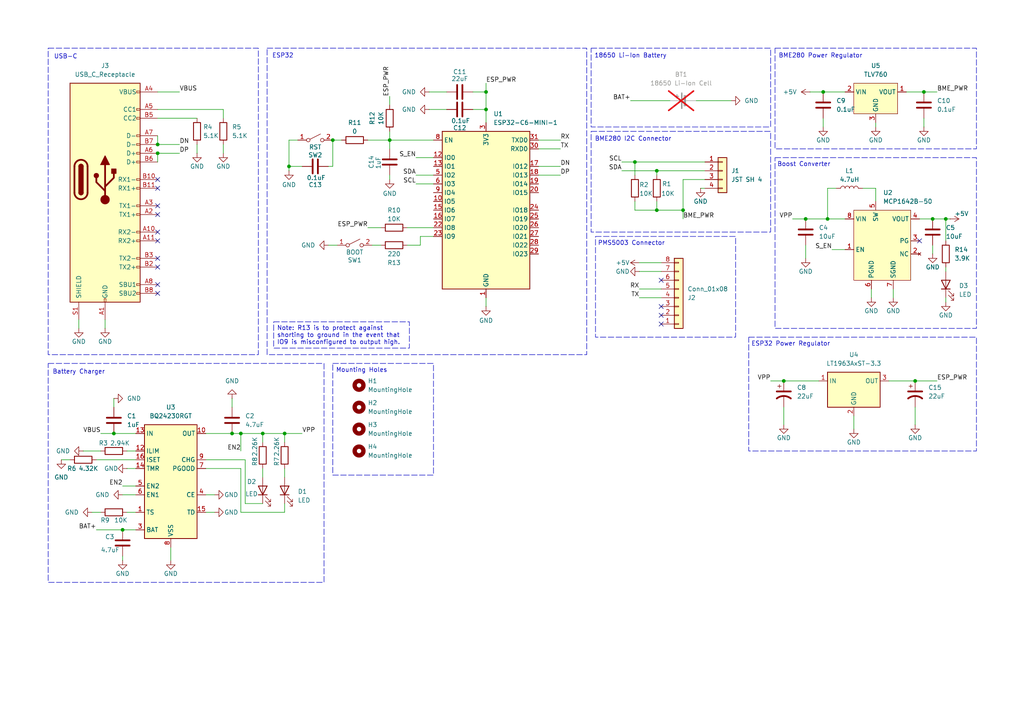
<source format=kicad_sch>
(kicad_sch (version 20250114) (generator "eeschema") (generator_version "9.0")
  (paper "A4")
  (title_block (title "Indoor Environment Monitor") (date "2025-10-17") (rev "1.0"))
  (lib_symbols
    (symbol "1a_Regulator_Linear:TLV760"
      (property "Reference" "U" (at -4.064 0 0))
      (property "Value" "TLV760" (at 4.572 0 0))
      (symbol "TLV760_1_1"
        (pin power_in line (at -7.62 -3.81 0) (length 2.54) (name "VIN") (number "2"))
        (pin output line (at 1.27 -12.7 90) (length 2.54) (name "GND") (number "3"))
        (pin power_out line (at 10.16 -3.81 180) (length 2.54) (name "VOUT") (number "1"))
      )
    )
    (symbol "1a_Regulator_Switchting:MCP1642B/D-XX"
      (property "Reference" "U" (at 2.794 15.24 0))
      (property "Value" "MCP1642B/D-xx" (at 10.414 12.954 0))
      (symbol "MCP1642B/D-XX_1_1"
        (pin power_in line (at -10.16 8.89 0) (length 2.54) (name "VIN") (number "8"))
        (pin input line (at -10.16 0 0) (length 2.54) (name "EN") (number "1"))
        (pin output line (at -2.54 -11.43 90) (length 2.54) (name "PGND") (number "6"))
        (pin input line (at -1.27 13.97 270) (length 2.54) (name "SW") (number "5"))
        (pin output line (at 3.81 -11.43 90) (length 2.54) (name "SGND") (number "7"))
        (pin power_out line (at 11.43 8.89 180) (length 2.54) (name "VOUT") (number "4"))
        (pin input line (at 11.43 2.54 180) (length 2.54) (name "PG") (number "3"))
        (pin no_connect line (at 11.43 -1.27 180) (length 2.54) (name "NC") (number "2"))
      )
    )
    (symbol "Connector:USB_C_Receptacle" (pin_names (offset 1.016))
      (property "Reference" "J" (at -10.16 29.21 0))
      (property "Value" "USB_C_Receptacle" (at 10.16 29.21 0))
      (symbol "USB_C_Receptacle_1_1"
        (pin passive line (at -7.62 -40.64 90) (length 5.08) (name "SHIELD") (number "S1"))
        (pin passive line (at 0 -40.64 90) (length 5.08) (name "GND") (number "A1"))
        (pin passive line (at 0 -40.64 90) (length 5.08) (hide yes) (name "GND") (number "A12"))
        (pin passive line (at 0 -40.64 90) (length 5.08) (hide yes) (name "GND") (number "B1"))
        (pin passive line (at 0 -40.64 90) (length 5.08) (hide yes) (name "GND") (number "B12"))
        (pin passive line (at 15.24 25.4 180) (length 5.08) (name "VBUS") (number "A4"))
        (pin passive line (at 15.24 25.4 180) (length 5.08) (hide yes) (name "VBUS") (number "A9"))
        (pin passive line (at 15.24 25.4 180) (length 5.08) (hide yes) (name "VBUS") (number "B4"))
        (pin passive line (at 15.24 25.4 180) (length 5.08) (hide yes) (name "VBUS") (number "B9"))
        (pin bidirectional line (at 15.24 20.32 180) (length 5.08) (name "CC1") (number "A5"))
        (pin bidirectional line (at 15.24 17.78 180) (length 5.08) (name "CC2") (number "B5"))
        (pin bidirectional line (at 15.24 12.7 180) (length 5.08) (name "D-") (number "A7"))
        (pin bidirectional line (at 15.24 10.16 180) (length 5.08) (name "D-") (number "B7"))
        (pin bidirectional line (at 15.24 7.62 180) (length 5.08) (name "D+") (number "A6"))
        (pin bidirectional line (at 15.24 5.08 180) (length 5.08) (name "D+") (number "B6"))
        (pin bidirectional line (at 15.24 0 180) (length 5.08) (name "RX1-") (number "B10"))
        (pin bidirectional line (at 15.24 -2.54 180) (length 5.08) (name "RX1+") (number "B11"))
        (pin bidirectional line (at 15.24 -7.62 180) (length 5.08) (name "TX1-") (number "A3"))
        (pin bidirectional line (at 15.24 -10.16 180) (length 5.08) (name "TX1+") (number "A2"))
        (pin bidirectional line (at 15.24 -15.24 180) (length 5.08) (name "RX2-") (number "A10"))
        (pin bidirectional line (at 15.24 -17.78 180) (length 5.08) (name "RX2+") (number "A11"))
        (pin bidirectional line (at 15.24 -22.86 180) (length 5.08) (name "TX2-") (number "B3"))
        (pin bidirectional line (at 15.24 -25.4 180) (length 5.08) (name "TX2+") (number "B2"))
        (pin bidirectional line (at 15.24 -30.48 180) (length 5.08) (name "SBU1") (number "A8"))
        (pin bidirectional line (at 15.24 -33.02 180) (length 5.08) (name "SBU2") (number "B8"))
      )
    )
    (symbol "Connector_Generic:Conn_01x04" (pin_names (offset 1.016) (hide yes))
      (property "Reference" "J" (at 0 5.08 0))
      (property "Value" "Conn_01x04" (at 0 -7.62 0))
      (symbol "Conn_01x04_1_1"
        (pin passive line (at -5.08 2.54 0) (length 3.81) (name "Pin_1") (number "1"))
        (pin passive line (at -5.08 0 0) (length 3.81) (name "Pin_2") (number "2"))
        (pin passive line (at -5.08 -2.54 0) (length 3.81) (name "Pin_3") (number "3"))
        (pin passive line (at -5.08 -5.08 0) (length 3.81) (name "Pin_4") (number "4"))
      )
    )
    (symbol "Connector_Generic:Conn_01x08" (pin_names (offset 1.016) (hide yes))
      (property "Reference" "J" (at 0 10.16 0))
      (property "Value" "Conn_01x08" (at 0 -12.7 0))
      (symbol "Conn_01x08_1_1"
        (pin passive line (at -5.08 7.62 0) (length 3.81) (name "Pin_1") (number "1"))
        (pin passive line (at -5.08 5.08 0) (length 3.81) (name "Pin_2") (number "2"))
        (pin passive line (at -5.08 2.54 0) (length 3.81) (name "Pin_3") (number "3"))
        (pin passive line (at -5.08 0 0) (length 3.81) (name "Pin_4") (number "4"))
        (pin passive line (at -5.08 -2.54 0) (length 3.81) (name "Pin_5") (number "5"))
        (pin passive line (at -5.08 -5.08 0) (length 3.81) (name "Pin_6") (number "6"))
        (pin passive line (at -5.08 -7.62 0) (length 3.81) (name "Pin_7") (number "7"))
        (pin passive line (at -5.08 -10.16 0) (length 3.81) (name "Pin_8") (number "8"))
      )
    )
    (symbol "Device:Battery_Cell" (pin_numbers (hide yes)) (pin_names (offset 0) (hide yes))
      (property "Reference" "BT" (at 2.54 2.54 0))
      (property "Value" "Battery_Cell" (at 2.54 0 0))
      (symbol "Battery_Cell_1_1"
        (pin passive line (at 0 5.08 270) (length 2.54) (name "+") (number "1"))
        (pin passive line (at 0 -2.54 90) (length 2.54) (name "-") (number "2"))
      )
    )
    (symbol "Device:C" (pin_numbers (hide yes)) (pin_names (offset 0.254))
      (property "Reference" "C" (at 0.635 2.54 0))
      (property "Value" "C" (at 0.635 -2.54 0))
      (symbol "C_1_1"
        (pin passive line (at 0 3.81 270) (length 2.794) (name "~") (number "1"))
        (pin passive line (at 0 -3.81 90) (length 2.794) (name "~") (number "2"))
      )
    )
    (symbol "Device:C_Polarized_US" (pin_numbers (hide yes)) (pin_names (offset 0.254) (hide yes))
      (property "Reference" "C" (at 0.635 2.54 0))
      (property "Value" "C_Polarized_US" (at 0.635 -2.54 0))
      (symbol "C_Polarized_US_1_1"
        (pin passive line (at 0 3.81 270) (length 2.794) (name "~") (number "1"))
        (pin passive line (at 0 -3.81 90) (length 3.302) (name "~") (number "2"))
      )
    )
    (symbol "Device:L" (pin_numbers (hide yes)) (pin_names (offset 1.016) (hide yes))
      (property "Reference" "L" (at -1.27 0 90))
      (property "Value" "L" (at 1.905 0 90))
      (symbol "L_1_1"
        (pin passive line (at 0 3.81 270) (length 1.27) (name "1") (number "1"))
        (pin passive line (at 0 -3.81 90) (length 1.27) (name "2") (number "2"))
      )
    )
    (symbol "Device:LED" (pin_numbers (hide yes)) (pin_names (offset 1.016) (hide yes))
      (property "Reference" "D" (at 0 2.54 0))
      (property "Value" "LED" (at 0 -2.54 0))
      (symbol "LED_1_1"
        (pin passive line (at -3.81 0 0) (length 2.54) (name "K") (number "1"))
        (pin passive line (at 3.81 0 180) (length 2.54) (name "A") (number "2"))
      )
    )
    (symbol "Device:R" (pin_numbers (hide yes)) (pin_names (offset 0))
      (property "Reference" "R" (at 2.032 0 90))
      (property "Value" "R" (at 0 0 90))
      (symbol "R_1_1"
        (pin passive line (at 0 3.81 270) (length 1.27) (name "~") (number "1"))
        (pin passive line (at 0 -3.81 90) (length 1.27) (name "~") (number "2"))
      )
    )
    (symbol "Mechanical:MountingHole" (pin_names (offset 1.016)) (in_bom no)
      (property "Reference" "H" (at 0 5.08 0))
      (property "Value" "MountingHole" (at 0 3.175 0))
    )
    (symbol "Power_Management:BQ24230RGT"
      (property "Reference" "U" (at -8.89 19.05 0))
      (property "Value" "BQ24230RGT" (at 5.08 19.05 0))
      (symbol "BQ24230RGT_1_1"
        (pin power_in line (at -10.16 15.24 0) (length 2.54) (name "IN") (number "13"))
        (pin passive line (at -10.16 10.16 0) (length 2.54) (name "ILIM") (number "12"))
        (pin passive line (at -10.16 7.62 0) (length 2.54) (name "ISET") (number "16"))
        (pin passive line (at -10.16 5.08 0) (length 2.54) (name "TMR") (number "14"))
        (pin input line (at -10.16 0 0) (length 2.54) (name "EN2") (number "5"))
        (pin input line (at -10.16 -2.54 0) (length 2.54) (name "EN1") (number "6"))
        (pin passive line (at -10.16 -7.62 0) (length 2.54) (name "TS") (number "1"))
        (pin bidirectional line (at -10.16 -12.7 0) (length 2.54) (hide yes) (name "BAT") (number "2"))
        (pin bidirectional line (at -10.16 -12.7 0) (length 2.54) (name "BAT") (number "3"))
        (pin passive line (at 0 -17.78 90) (length 2.54) (hide yes) (name "VSS") (number "17"))
        (pin power_in line (at 0 -17.78 90) (length 2.54) (name "VSS") (number "8"))
        (pin power_out line (at 10.16 15.24 180) (length 2.54) (name "OUT") (number "10"))
        (pin passive line (at 10.16 15.24 180) (length 2.54) (hide yes) (name "OUT") (number "11"))
        (pin open_collector line (at 10.16 7.62 180) (length 2.54) (name "CHG") (number "9"))
        (pin open_collector line (at 10.16 5.08 180) (length 2.54) (name "PGOOD") (number "7"))
        (pin input line (at 10.16 -2.54 180) (length 2.54) (name "CE") (number "4"))
        (pin input line (at 10.16 -7.62 180) (length 2.54) (name "TD") (number "15"))
      )
    )
    (symbol "RF_Module:ESP32-C6-MINI-1"
      (property "Reference" "U" (at -11.43 24.13 0))
      (property "Value" "ESP32-C6-MINI-1" (at 12.7 24.13 0))
      (symbol "ESP32-C6-MINI-1_1_1"
        (pin input line (at -15.24 20.32 0) (length 2.54) (name "EN") (number "8"))
        (pin bidirectional line (at -15.24 15.24 0) (length 2.54) (name "IO0") (number "12"))
        (pin bidirectional line (at -15.24 12.7 0) (length 2.54) (name "IO1") (number "13"))
        (pin bidirectional line (at -15.24 10.16 0) (length 2.54) (name "IO2") (number "5"))
        (pin bidirectional line (at -15.24 7.62 0) (length 2.54) (name "IO3") (number "6"))
        (pin bidirectional line (at -15.24 5.08 0) (length 2.54) (name "IO4") (number "9"))
        (pin bidirectional line (at -15.24 2.54 0) (length 2.54) (name "IO5") (number "10"))
        (pin bidirectional line (at -15.24 0 0) (length 2.54) (name "IO6") (number "15"))
        (pin bidirectional line (at -15.24 -2.54 0) (length 2.54) (name "IO7") (number "16"))
        (pin bidirectional line (at -15.24 -5.08 0) (length 2.54) (name "IO8") (number "22"))
        (pin bidirectional line (at -15.24 -7.62 0) (length 2.54) (name "IO9") (number "23"))
        (pin no_connect line (at -12.7 -12.7 0) (length 2.54) (hide yes) (name "NC") (number "32"))
        (pin no_connect line (at -12.7 -15.24 0) (length 2.54) (hide yes) (name "NC") (number "33"))
        (pin no_connect line (at -12.7 -17.78 0) (length 2.54) (hide yes) (name "NC") (number "34"))
        (pin no_connect line (at -12.7 -20.32 0) (length 2.54) (hide yes) (name "NC") (number "35"))
        (pin power_in line (at 0 25.4 270) (length 2.54) (name "3V3") (number "3"))
        (pin power_in line (at 0 -25.4 90) (length 2.54) (name "GND") (number "1"))
        (pin passive line (at 0 -25.4 90) (length 2.54) (hide yes) (name "GND") (number "11"))
        (pin passive line (at 0 -25.4 90) (length 2.54) (hide yes) (name "GND") (number "14"))
        (pin passive line (at 0 -25.4 90) (length 2.54) (hide yes) (name "GND") (number "2"))
        (pin passive line (at 0 -25.4 90) (length 2.54) (hide yes) (name "GND") (number "36"))
        (pin passive line (at 0 -25.4 90) (length 2.54) (hide yes) (name "GND") (number "37"))
        (pin passive line (at 0 -25.4 90) (length 2.54) (hide yes) (name "GND") (number "38"))
        (pin passive line (at 0 -25.4 90) (length 2.54) (hide yes) (name "GND") (number "39"))
        (pin passive line (at 0 -25.4 90) (length 2.54) (hide yes) (name "GND") (number "40"))
        (pin passive line (at 0 -25.4 90) (length 2.54) (hide yes) (name "GND") (number "41"))
        (pin passive line (at 0 -25.4 90) (length 2.54) (hide yes) (name "GND") (number "42"))
        (pin passive line (at 0 -25.4 90) (length 2.54) (hide yes) (name "GND") (number "43"))
        (pin passive line (at 0 -25.4 90) (length 2.54) (hide yes) (name "GND") (number "44"))
        (pin passive line (at 0 -25.4 90) (length 2.54) (hide yes) (name "GND") (number "45"))
        (pin passive line (at 0 -25.4 90) (length 2.54) (hide yes) (name "GND") (number "46"))
        (pin passive line (at 0 -25.4 90) (length 2.54) (hide yes) (name "GND") (number "47"))
        (pin passive line (at 0 -25.4 90) (length 2.54) (hide yes) (name "GND") (number "48"))
        (pin passive line (at 0 -25.4 90) (length 2.54) (hide yes) (name "GND") (number "49"))
        (pin passive line (at 0 -25.4 90) (length 2.54) (hide yes) (name "GND") (number "50"))
        (pin passive line (at 0 -25.4 90) (length 2.54) (hide yes) (name "GND") (number "51"))
        (pin passive line (at 0 -25.4 90) (length 2.54) (hide yes) (name "GND") (number "52"))
        (pin passive line (at 0 -25.4 90) (length 2.54) (hide yes) (name "GND") (number "53"))
        (pin no_connect line (at 12.7 -15.24 180) (length 2.54) (hide yes) (name "NC") (number "4"))
        (pin no_connect line (at 12.7 -17.78 180) (length 2.54) (hide yes) (name "NC") (number "7"))
        (pin no_connect line (at 12.7 -20.32 180) (length 2.54) (hide yes) (name "NC") (number "21"))
        (pin bidirectional line (at 15.24 20.32 180) (length 2.54) (name "TXD0") (number "31"))
        (pin bidirectional line (at 15.24 17.78 180) (length 2.54) (name "RXD0") (number "30"))
        (pin bidirectional line (at 15.24 12.7 180) (length 2.54) (name "IO12") (number "17"))
        (pin bidirectional line (at 15.24 10.16 180) (length 2.54) (name "IO13") (number "18"))
        (pin bidirectional line (at 15.24 7.62 180) (length 2.54) (name "IO14") (number "19"))
        (pin bidirectional line (at 15.24 5.08 180) (length 2.54) (name "IO15") (number "20"))
        (pin bidirectional line (at 15.24 0 180) (length 2.54) (name "IO18") (number "24"))
        (pin bidirectional line (at 15.24 -2.54 180) (length 2.54) (name "IO19") (number "25"))
        (pin bidirectional line (at 15.24 -5.08 180) (length 2.54) (name "IO20") (number "26"))
        (pin bidirectional line (at 15.24 -7.62 180) (length 2.54) (name "IO21") (number "27"))
        (pin bidirectional line (at 15.24 -10.16 180) (length 2.54) (name "IO22") (number "28"))
        (pin bidirectional line (at 15.24 -12.7 180) (length 2.54) (name "IO23") (number "29"))
      )
    )
    (symbol "Regulator_Linear:LT1963AxST-3.3"
      (property "Reference" "U" (at -7.62 6.35 0))
      (property "Value" "LT1963AxST-3.3" (at -1.27 6.35 0))
      (symbol "LT1963AxST-3.3_1_1"
        (pin power_in line (at -10.16 2.54 0) (length 2.54) (name "IN") (number "1"))
        (pin power_in line (at 0 -7.62 90) (length 2.54) (name "GND") (number "2"))
        (pin power_out line (at 10.16 2.54 180) (length 2.54) (name "OUT") (number "3"))
      )
    )
    (symbol "Switch:SW_SPST" (pin_names (offset 0) (hide yes))
      (property "Reference" "SW" (at 0 3.175 0))
      (property "Value" "SW_SPST" (at 0 -2.54 0))
      (symbol "SW_SPST_1_1"
        (pin passive line (at -5.08 0 0) (length 2.54) (name "A") (number "1"))
        (pin passive line (at 5.08 0 180) (length 2.54) (name "B") (number "2"))
      )
    )
    (symbol "power:+5V" (power) (pin_numbers (hide yes)) (pin_names (offset 0) (hide yes))
      (property "Value" "+5V" (at 0 3.556 0))
      (symbol "+5V_1_1"
        (pin power_in line (at 0 0 90) (length 0) (name "~") (number "1"))
      )
    )
    (symbol "power:GND" (power) (pin_numbers (hide yes)) (pin_names (offset 0) (hide yes))
      (property "Value" "GND" (at 0 -3.81 0))
      (symbol "GND_1_1"
        (pin power_in line (at 0 0 270) (length 0) (name "~") (number "1"))
      )
    )
  )
  (rectangle (start 224.79 13.97) (end 283.21 43.18) (stroke (width 0) (type dash)))
  (rectangle (start 13.97 13.97) (end 74.93 102.87) (stroke (width 0) (type dash)))
  (rectangle (start 224.79 45.72) (end 283.21 95.25) (stroke (width 0) (type dash)))
  (rectangle (start 13.97 105.41) (end 93.98 168.91) (stroke (width 0) (type dash)))
  (rectangle (start 217.17 97.79) (end 283.21 130.81) (stroke (width 0) (type dash)))
  (rectangle (start 172.72 68.58) (end 213.36 97.79) (stroke (width 0) (type dash)))
  (rectangle (start 171.45 38.1) (end 223.52 67.31) (stroke (width 0) (type dash)))
  (rectangle (start 96.52 105.41) (end 125.73 137.795) (stroke (width 0) (type dash)))
  (rectangle (start 77.47 13.97) (end 170.18 102.87) (stroke (width 0) (type dash)))
  (rectangle (start 171.45 13.97) (end 223.52 36.83) (stroke (width 0) (type dash)))
  (text "BME280 I2C Connector" (at 183.642 40.386 0) (effects (font (size 1.27 1.27))))
  (text "Mounting Holes" (at 104.902 107.442 0) (effects (font (size 1.27 1.27))))
  (text "PMS5003 Connector" (at 183.134 70.612 0) (effects (font (size 1.27 1.27))))
  (text "ESP32" (at 82.042 16.256 0) (effects (font (size 1.27 1.27))))
  (text "BME280 Power Regulator" (at 237.998 16.256 0) (effects (font (size 1.27 1.27))))
  (text "18650 Li-Ion Battery" (at 182.88 16.256 0) (effects (font (size 1.27 1.27))))
  (text "Battery Charger" (at 22.86 107.95 0) (effects (font (size 1.27 1.27))))
  (text "Boost Converter" (at 233.172 47.752 0) (effects (font (size 1.27 1.27))))
  (text "ESP32 Power Regulator" (at 229.362 99.822 0) (effects (font (size 1.27 1.27))))
  (text "USB-C" (at 19.05 16.51 0) (effects (font (size 1.27 1.27))))
  (text_box "Note: R13 is to protect against shorting to ground in the event that IO9 is misconfigured to output high." (at 79.375 93.345 0) (size 39.37 7.62) (margins 0.9525 0.9525 0.9525 0.9525) (stroke (width 0) (type dash)) (effects (font (size 1.27 1.27) (thickness 0.1588)) (justify left top)))
  (junction (at 140.97 26.67))
  (junction (at 265.43 110.49))
  (junction (at 45.72 41.91))
  (junction (at 227.33 110.49))
  (junction (at 82.55 125.73))
  (junction (at 113.03 40.64))
  (junction (at 76.2 125.73))
  (junction (at 83.82 48.26))
  (junction (at 233.68 63.5))
  (junction (at 35.56 153.67))
  (junction (at 198.12 60.96))
  (junction (at 274.32 63.5))
  (junction (at 45.72 44.45))
  (junction (at 240.03 63.5))
  (junction (at 190.5 60.96))
  (junction (at 267.97 26.67))
  (junction (at 190.5 49.53))
  (junction (at 69.85 125.73))
  (junction (at 238.76 26.67))
  (junction (at 96.52 40.64))
  (junction (at 140.97 31.75))
  (junction (at 270.51 63.5))
  (junction (at 184.15 46.99))
  (junction (at 67.31 125.73))
  (junction (at 33.02 125.73))
  (no_connect (at 191.77 88.9))
  (no_connect (at 45.72 67.31))
  (no_connect (at 191.77 81.28))
  (no_connect (at 45.72 54.61))
  (no_connect (at 266.7 69.85))
  (no_connect (at 45.72 77.47))
  (no_connect (at 45.72 62.23))
  (no_connect (at 45.72 59.69))
  (no_connect (at 45.72 82.55))
  (no_connect (at 191.77 91.44))
  (no_connect (at 45.72 85.09))
  (no_connect (at 45.72 52.07))
  (no_connect (at 191.77 93.98))
  (no_connect (at 45.72 74.93))
  (no_connect (at 45.72 69.85))
  (wire (pts (xy 137.16 26.67) (xy 140.97 26.67)))
  (wire (pts (xy 45.72 31.75) (xy 64.77 31.75)))
  (wire (pts (xy 190.5 58.42) (xy 190.5 60.96)))
  (wire (pts (xy 45.72 44.45) (xy 45.72 46.99)))
  (wire (pts (xy 184.15 46.99) (xy 184.15 50.8)))
  (wire (pts (xy 59.69 135.89) (xy 69.85 135.89)))
  (wire (pts (xy 185.42 78.74) (xy 191.77 78.74)))
  (wire (pts (xy 156.21 40.64) (xy 162.56 40.64)))
  (wire (pts (xy 113.03 27.94) (xy 113.03 30.48)))
  (wire (pts (xy 274.32 63.5) (xy 275.59 63.5)))
  (wire (pts (xy 140.97 86.36) (xy 140.97 88.9)))
  (wire (pts (xy 45.72 26.67) (xy 52.07 26.67)))
  (wire (pts (xy 233.68 63.5) (xy 240.03 63.5)))
  (wire (pts (xy 233.68 71.12) (xy 233.68 74.93)))
  (wire (pts (xy 64.77 41.91) (xy 64.77 44.45)))
  (wire (pts (xy 180.34 49.53) (xy 190.5 49.53)))
  (wire (pts (xy 17.78 133.35) (xy 20.32 133.35)))
  (wire (pts (xy 67.31 115.57) (xy 67.31 118.11)))
  (wire (pts (xy 107.95 71.12) (xy 110.49 71.12)))
  (wire (pts (xy 270.51 63.5) (xy 274.32 63.5)))
  (wire (pts (xy 266.7 63.5) (xy 270.51 63.5)))
  (wire (pts (xy 29.21 125.73) (xy 33.02 125.73)))
  (wire (pts (xy 71.12 146.05) (xy 71.12 133.35)))
  (wire (pts (xy 82.55 125.73) (xy 82.55 128.27)))
  (wire (pts (xy 140.97 31.75) (xy 140.97 35.56)))
  (wire (pts (xy 71.12 133.35) (xy 59.69 133.35)))
  (wire (pts (xy 36.83 130.81) (xy 39.37 130.81)))
  (wire (pts (xy 229.87 63.5) (xy 233.68 63.5)))
  (wire (pts (xy 124.46 31.75) (xy 129.54 31.75)))
  (wire (pts (xy 198.12 52.07) (xy 198.12 60.96)))
  (wire (pts (xy 113.03 40.64) (xy 113.03 43.18)))
  (wire (pts (xy 274.32 77.47) (xy 274.32 78.74)))
  (wire (pts (xy 223.52 110.49) (xy 227.33 110.49)))
  (wire (pts (xy 35.56 143.51) (xy 39.37 143.51)))
  (wire (pts (xy 198.12 60.96) (xy 198.12 63.5)))
  (wire (pts (xy 82.55 125.73) (xy 87.63 125.73)))
  (wire (pts (xy 76.2 146.05) (xy 71.12 146.05)))
  (wire (pts (xy 240.03 54.61) (xy 240.03 63.5)))
  (wire (pts (xy 238.76 34.29) (xy 238.76 36.83)))
  (wire (pts (xy 118.11 66.04) (xy 125.73 66.04)))
  (wire (pts (xy 76.2 135.89) (xy 76.2 138.43)))
  (wire (pts (xy 156.21 48.26) (xy 162.56 48.26)))
  (wire (pts (xy 265.43 118.11) (xy 265.43 123.19)))
  (wire (pts (xy 45.72 39.37) (xy 45.72 41.91)))
  (wire (pts (xy 120.65 53.34) (xy 125.73 53.34)))
  (wire (pts (xy 69.85 148.59) (xy 69.85 135.89)))
  (wire (pts (xy 257.81 110.49) (xy 265.43 110.49)))
  (wire (pts (xy 124.46 26.67) (xy 129.54 26.67)))
  (wire (pts (xy 35.56 140.97) (xy 39.37 140.97)))
  (wire (pts (xy 234.95 26.67) (xy 238.76 26.67)))
  (wire (pts (xy 36.83 135.89) (xy 39.37 135.89)))
  (wire (pts (xy 26.67 148.59) (xy 29.21 148.59)))
  (wire (pts (xy 190.5 60.96) (xy 198.12 60.96)))
  (wire (pts (xy 83.82 48.26) (xy 83.82 40.64)))
  (wire (pts (xy 247.65 120.65) (xy 247.65 124.46)))
  (wire (pts (xy 106.68 40.64) (xy 113.03 40.64)))
  (wire (pts (xy 184.15 46.99) (xy 204.47 46.99)))
  (wire (pts (xy 242.57 54.61) (xy 240.03 54.61)))
  (wire (pts (xy 185.42 86.36) (xy 191.77 86.36)))
  (wire (pts (xy 137.16 31.75) (xy 140.97 31.75)))
  (wire (pts (xy 241.3 72.39) (xy 245.11 72.39)))
  (wire (pts (xy 113.03 40.64) (xy 125.73 40.64)))
  (wire (pts (xy 250.19 54.61) (xy 254 54.61)))
  (wire (pts (xy 45.72 44.45) (xy 52.07 44.45)))
  (wire (pts (xy 274.32 86.36) (xy 274.32 87.63)))
  (wire (pts (xy 265.43 110.49) (xy 271.78 110.49)))
  (wire (pts (xy 185.42 76.2) (xy 191.77 76.2)))
  (wire (pts (xy 83.82 40.64) (xy 86.36 40.64)))
  (wire (pts (xy 270.51 71.12) (xy 270.51 73.66)))
  (wire (pts (xy 106.68 66.04) (xy 110.49 66.04)))
  (wire (pts (xy 59.69 148.59) (xy 62.23 148.59)))
  (wire (pts (xy 156.21 50.8) (xy 162.56 50.8)))
  (wire (pts (xy 120.65 45.72) (xy 125.73 45.72)))
  (wire (pts (xy 121.92 68.58) (xy 121.92 71.12)))
  (wire (pts (xy 35.56 161.29) (xy 35.56 162.56)))
  (wire (pts (xy 76.2 125.73) (xy 82.55 125.73)))
  (wire (pts (xy 203.2 54.61) (xy 204.47 54.61)))
  (wire (pts (xy 274.32 63.5) (xy 274.32 69.85)))
  (wire (pts (xy 69.85 125.73) (xy 69.85 130.81)))
  (wire (pts (xy 201.93 29.21) (xy 212.09 29.21)))
  (wire (pts (xy 24.13 130.81) (xy 29.21 130.81)))
  (wire (pts (xy 83.82 48.26) (xy 87.63 48.26)))
  (wire (pts (xy 180.34 46.99) (xy 184.15 46.99)))
  (wire (pts (xy 95.25 48.26) (xy 96.52 48.26)))
  (wire (pts (xy 27.94 133.35) (xy 39.37 133.35)))
  (wire (pts (xy 82.55 148.59) (xy 69.85 148.59)))
  (wire (pts (xy 76.2 125.73) (xy 76.2 128.27)))
  (wire (pts (xy 204.47 52.07) (xy 198.12 52.07)))
  (wire (pts (xy 185.42 83.82) (xy 191.77 83.82)))
  (wire (pts (xy 113.03 50.8) (xy 113.03 52.07)))
  (wire (pts (xy 267.97 34.29) (xy 267.97 36.83)))
  (wire (pts (xy 59.69 143.51) (xy 62.23 143.51)))
  (wire (pts (xy 27.94 153.67) (xy 35.56 153.67)))
  (wire (pts (xy 57.15 41.91) (xy 57.15 44.45)))
  (wire (pts (xy 190.5 49.53) (xy 190.5 50.8)))
  (wire (pts (xy 140.97 24.13) (xy 140.97 26.67)))
  (wire (pts (xy 30.48 92.71) (xy 30.48 95.25)))
  (wire (pts (xy 254 54.61) (xy 254 58.42)))
  (wire (pts (xy 83.82 49.53) (xy 83.82 48.26)))
  (wire (pts (xy 69.85 125.73) (xy 76.2 125.73)))
  (wire (pts (xy 184.15 58.42) (xy 184.15 60.96)))
  (wire (pts (xy 252.73 83.82) (xy 252.73 86.36)))
  (wire (pts (xy 227.33 118.11) (xy 227.33 123.19)))
  (wire (pts (xy 156.21 43.18) (xy 162.56 43.18)))
  (wire (pts (xy 82.55 135.89) (xy 82.55 138.43)))
  (wire (pts (xy 267.97 26.67) (xy 271.78 26.67)))
  (wire (pts (xy 113.03 38.1) (xy 113.03 40.64)))
  (wire (pts (xy 35.56 153.67) (xy 39.37 153.67)))
  (wire (pts (xy 190.5 49.53) (xy 204.47 49.53)))
  (wire (pts (xy 182.88 29.21) (xy 194.31 29.21)))
  (wire (pts (xy 96.52 48.26) (xy 96.52 40.64)))
  (wire (pts (xy 184.15 60.96) (xy 190.5 60.96)))
  (wire (pts (xy 33.02 125.73) (xy 39.37 125.73)))
  (wire (pts (xy 49.53 158.75) (xy 49.53 162.56)))
  (wire (pts (xy 259.08 83.82) (xy 259.08 86.36)))
  (wire (pts (xy 227.33 110.49) (xy 237.49 110.49)))
  (wire (pts (xy 240.03 63.5) (xy 245.11 63.5)))
  (wire (pts (xy 45.72 41.91) (xy 52.07 41.91)))
  (wire (pts (xy 45.72 34.29) (xy 57.15 34.29)))
  (wire (pts (xy 82.55 146.05) (xy 82.55 148.59)))
  (wire (pts (xy 36.83 148.59) (xy 39.37 148.59)))
  (wire (pts (xy 95.25 71.12) (xy 97.79 71.12)))
  (wire (pts (xy 33.02 115.57) (xy 33.02 118.11)))
  (wire (pts (xy 22.86 92.71) (xy 22.86 95.25)))
  (wire (pts (xy 125.73 68.58) (xy 121.92 68.58)))
  (wire (pts (xy 67.31 125.73) (xy 69.85 125.73)))
  (wire (pts (xy 120.65 50.8) (xy 125.73 50.8)))
  (wire (pts (xy 59.69 125.73) (xy 67.31 125.73)))
  (wire (pts (xy 96.52 40.64) (xy 99.06 40.64)))
  (wire (pts (xy 238.76 26.67) (xy 245.11 26.67)))
  (wire (pts (xy 254 35.56) (xy 254 36.83)))
  (wire (pts (xy 64.77 31.75) (xy 64.77 34.29)))
  (wire (pts (xy 118.11 71.12) (xy 121.92 71.12)))
  (wire (pts (xy 262.89 26.67) (xy 267.97 26.67)))
  (wire (pts (xy 140.97 26.67) (xy 140.97 31.75)))
  (label "BAT+" (at 27.94 153.67 180))
  (label "VPP" (at 87.63 125.73 0))
  (label "ESP_PWR" (at 140.97 24.13 0))
  (label "DP" (at 162.56 50.8 0))
  (label "EN2" (at 69.85 130.81 180))
  (label "TX" (at 162.56 43.18 0))
  (label "SDA" (at 120.65 50.8 180))
  (label "BME_PWR" (at 271.78 26.67 0))
  (label "ESP_PWR" (at 113.03 27.94 90))
  (label "BAT+" (at 182.88 29.21 180))
  (label "SCL" (at 180.34 46.99 180))
  (label "RX" (at 162.56 40.64 0))
  (label "SDA" (at 180.34 49.53 180))
  (label "VBUS" (at 52.07 26.67 0))
  (label "DN" (at 52.07 41.91 0))
  (label "EN2" (at 35.56 140.97 180))
  (label "S_EN" (at 120.65 45.72 180))
  (label "DP" (at 52.07 44.45 0))
  (label "BME_PWR" (at 198.12 63.5 0))
  (label "DN" (at 162.56 48.26 0))
  (label "S_EN" (at 241.3 72.39 180))
  (label "TX" (at 185.42 86.36 180))
  (label "ESP_PWR" (at 271.78 110.49 0))
  (label "VPP" (at 223.52 110.49 180))
  (label "VBUS" (at 29.21 125.73 180))
  (label "SCL" (at 120.65 53.34 180))
  (label "RX" (at 185.42 83.82 180))
  (label "ESP_PWR" (at 106.68 66.04 180))
  (label "VPP" (at 229.87 63.5 180))
  (symbol (lib_id "power:GND") (at 22.86 95.25 0) (unit 1)
    (property "Reference" "#PWR022" (effects (hide yes)))
    (property "Value" "GND" (at 22.86 99.06 0))
    (property "Description" "Power symbol creates a global label with name \"GND\" , ground" (effects (hide yes)))
  )
  (symbol (lib_id "power:+5V") (at 234.95 26.67 90) (unit 1)
    (property "Reference" "#PWR08" (effects (hide yes)))
    (property "Value" "+5V" (at 231.14 26.6699 90) (effects (justify left)))
    (property "Description" "Power symbol creates a global label with name \"+5V\"" (effects (hide yes)))
  )
  (symbol (lib_id "power:GND") (at 83.82 49.53 0) (unit 1)
    (property "Reference" "#PWR036" (effects (hide yes)))
    (property "Value" "GND" (at 83.82 53.594 0))
    (property "Description" "Power symbol creates a global label with name \"GND\" , ground" (effects (hide yes)))
  )
  (symbol (lib_id "Mechanical:MountingHole") (at 104.14 118.11 0) (unit 1) (in_bom no)
    (property "Reference" "H2" (at 106.68 116.8399 0) (effects (justify left)))
    (property "Value" "MountingHole" (at 106.68 119.3799 0) (effects (justify left)))
    (property "Footprint" "MountingHole:MountingHole_3.2mm_M3" (effects (hide yes)))
    (property "Description" "Mounting Hole without connection" (effects (hide yes)))
  )
  (symbol (lib_id "power:GND") (at 265.43 123.19 0) (unit 1)
    (property "Reference" "#PWR032" (effects (hide yes)))
    (property "Value" "GND" (at 265.43 127 0))
    (property "Description" "Power symbol creates a global label with name \"GND\" , ground" (effects (hide yes)))
  )
  (symbol (lib_id "Switch:SW_SPST") (at 91.44 40.64 0) (unit 1)
    (property "Reference" "SW2" (at 91.44 44.958 0))
    (property "Value" "RST" (at 91.44 42.672 0))
    (property "Footprint" "Button_Switch_SMD:SW_Push_1P1T-SH_NO_CK_KMR2xxG" (effects (hide yes)))
    (property "Description" "Single Pole Single Throw (SPST) switch" (effects (hide yes)))
  )
  (symbol (lib_id "Connector_Generic:Conn_01x04") (at 209.55 49.53 0) (unit 1)
    (property "Reference" "J1" (at 212.09 49.5299 0) (effects (justify left)))
    (property "Value" "JST SH 4" (at 212.09 52.0699 0) (effects (justify left)))
    (property "Footprint" "Connector_JST:JST_SH_BM04B-SRSS-TB_1x04-1MP_P1.00mm_Vertical" (effects (hide yes)))
    (property "Description" "Generic connector, single row, 01x04, script generated (kicad-library-utils/schlib/autogen/connector/)" (effects (hide yes)))
  )
  (symbol (lib_id "power:GND") (at 95.25 71.12 270) (unit 1)
    (property "Reference" "#PWR035" (effects (hide yes)))
    (property "Value" "GND" (at 91.44 71.1199 90) (effects (justify right)))
    (property "Description" "Power symbol creates a global label with name \"GND\" , ground" (effects (hide yes)))
  )
  (symbol (lib_id "Device:LED") (at 82.55 142.24 90) (unit 1)
    (property "Reference" "D1" (at 86.36 142.5574 90) (effects (justify right)))
    (property "Value" "LED" (at 86.36 145.0974 90) (effects (justify right)))
    (property "Footprint" "LED_SMD:LED_0402_1005Metric_Pad0.77x0.64mm_HandSolder" (effects (hide yes)))
    (property "Description" "Light emitting diode" (effects (hide yes)))
    (property "Sim.Pins" "1=K 2=A" (effects (hide yes)))
  )
  (symbol (lib_id "Mechanical:MountingHole") (at 104.14 124.46 0) (unit 1) (in_bom no)
    (property "Reference" "H3" (at 106.68 123.1899 0) (effects (justify left)))
    (property "Value" "MountingHole" (at 106.68 125.7299 0) (effects (justify left)))
    (property "Footprint" "MountingHole:MountingHole_3.2mm_M3" (effects (hide yes)))
    (property "Description" "Mounting Hole without connection" (effects (hide yes)))
  )
  (symbol (lib_id "Device:R") (at 64.77 38.1 0) (unit 1)
    (property "Reference" "R5" (at 67.31 36.8299 0) (effects (justify left)))
    (property "Value" "5.1K" (at 67.31 39.3699 0) (effects (justify left)))
    (property "Footprint" "Resistor_SMD:R_0402_1005Metric_Pad0.72x0.64mm_HandSolder" (effects (hide yes)))
    (property "Description" "Resistor" (effects (hide yes)))
  )
  (symbol (lib_id "power:GND") (at 24.13 130.81 270) (unit 1)
    (property "Reference" "#PWR015" (effects (hide yes)))
    (property "Value" "GND" (at 20.32 130.8099 90) (effects (justify right)))
    (property "Description" "Power symbol creates a global label with name \"GND\" , ground" (effects (hide yes)))
  )
  (symbol (lib_id "Device:C") (at 267.97 30.48 0) (unit 1)
    (property "Reference" "C10" (at 271.78 29.2099 0) (effects (justify left)))
    (property "Value" "0.1uF" (at 271.78 31.7499 0) (effects (justify left)))
    (property "Footprint" "Capacitor_SMD:C_0402_1005Metric_Pad0.74x0.62mm_HandSolder" (effects (hide yes)))
    (property "Description" "Unpolarized capacitor" (effects (hide yes)))
  )
  (symbol (lib_id "Device:C") (at 270.51 67.31 0) (unit 1)
    (property "Reference" "C5" (at 274.32 66.0399 0) (effects (justify left)))
    (property "Value" "10uF" (at 274.32 68.5799 0) (effects (justify left)))
    (property "Footprint" "Capacitor_SMD:C_0402_1005Metric_Pad0.74x0.62mm_HandSolder" (effects (hide yes)))
    (property "Description" "Unpolarized capacitor" (effects (hide yes)))
  )
  (symbol (lib_id "Device:C") (at 33.02 121.92 0) (unit 1)
    (property "Reference" "C1" (at 36.83 120.6499 0) (effects (justify left)))
    (property "Value" "1uF" (at 36.83 123.1899 0) (effects (justify left)))
    (property "Footprint" "Capacitor_SMD:C_0402_1005Metric_Pad0.74x0.62mm_HandSolder" (effects (hide yes)))
    (property "Description" "Unpolarized capacitor" (effects (hide yes)))
  )
  (symbol (lib_id "1a_Regulator_Linear:TLV760") (at 252.73 22.86 0) (unit 1)
    (property "Reference" "U5" (at 254 19.05 0))
    (property "Value" "TLV760" (at 254 21.59 0))
    (property "Footprint" "Package_TO_SOT_SMD:SOT-23_Handsoldering" (effects (hide yes)))
    (property "Datasheet" "https://www.ti.com/lit/ds/symlink/tlv760.pdf?ts=1758914599977&ref_url=https%253A%252F%252Fwww.mouser.pl%252F" (effects (hide yes)))
    (property "Description" "TLV760 100-mA, 30-V, Fixed-Output, Linear-Voltage Regulator" (effects (hide yes)))
  )
  (symbol (lib_id "power:GND") (at 124.46 26.67 270) (unit 1)
    (property "Reference" "#PWR026" (effects (hide yes)))
    (property "Value" "GND" (at 120.65 26.6699 90) (effects (justify right)))
    (property "Description" "Power symbol creates a global label with name \"GND\" , ground" (effects (hide yes)))
  )
  (symbol (lib_id "Device:C") (at 91.44 48.26 90) (unit 1)
    (property "Reference" "C13" (at 91.44 53.594 90))
    (property "Value" "0.1uF" (at 91.694 51.562 90))
    (property "Footprint" "Capacitor_SMD:C_0402_1005Metric_Pad0.74x0.62mm_HandSolder" (effects (hide yes)))
    (property "Description" "Unpolarized capacitor" (effects (hide yes)))
  )
  (symbol (lib_id "power:GND") (at 113.03 52.07 0) (unit 1)
    (property "Reference" "#PWR037" (effects (hide yes)))
    (property "Value" "GND" (at 113.03 56.134 0))
    (property "Description" "Power symbol creates a global label with name \"GND\" , ground" (effects (hide yes)))
  )
  (symbol (lib_id "1a_Regulator_Switchting:MCP1642B/D-XX") (at 255.27 72.39 0) (unit 1)
    (property "Reference" "U2" (at 256.1433 55.88 0) (effects (justify left)))
    (property "Value" "MCP1642B-50" (at 256.1433 58.42 0) (effects (justify left)))
    (property "Footprint" "Package_SO:MSOP-8_3x3mm_P0.65mm" (effects (hide yes)))
    (property "Datasheet" "https://www.mouser.com/datasheet/3/282/1/20005253A.pdf" (effects (hide yes)))
  )
  (symbol (lib_id "Mechanical:MountingHole") (at 104.14 130.81 0) (unit 1) (in_bom no)
    (property "Reference" "H4" (at 106.68 129.5399 0) (effects (justify left)))
    (property "Value" "MountingHole" (at 106.68 132.0799 0) (effects (justify left)))
    (property "Footprint" "MountingHole:MountingHole_3.2mm_M3" (effects (hide yes)))
    (property "Description" "Mounting Hole without connection" (effects (hide yes)))
  )
  (symbol (lib_id "power:GND") (at 203.2 54.61 0) (unit 1)
    (property "Reference" "#PWR019" (effects (hide yes)))
    (property "Value" "GND" (at 203.2 58.42 0))
    (property "Description" "Power symbol creates a global label with name \"GND\" , ground" (effects (hide yes)))
  )
  (symbol (lib_id "power:GND") (at 267.97 36.83 0) (unit 1)
    (property "Reference" "#PWR030" (effects (hide yes)))
    (property "Value" "GND" (at 267.97 40.64 0))
    (property "Description" "Power symbol creates a global label with name \"GND\" , ground" (effects (hide yes)))
  )
  (symbol (lib_id "power:GND") (at 35.56 143.51 270) (unit 1)
    (property "Reference" "#PWR04" (effects (hide yes)))
    (property "Value" "GND" (at 31.75 143.5099 90) (effects (justify right)))
    (property "Description" "Power symbol creates a global label with name \"GND\" , ground" (effects (hide yes)))
  )
  (symbol (lib_id "Device:L") (at 246.38 54.61 90) (unit 1)
    (property "Reference" "L1" (at 246.38 49.53 90))
    (property "Value" "4.7uH" (at 246.38 52.07 90))
    (property "Footprint" "Inductor_SMD:L_Coilcraft_LPS4018" (effects (hide yes)))
    (property "Description" "Inductor" (effects (hide yes)))
  )
  (symbol (lib_id "power:GND") (at 274.32 87.63 0) (unit 1)
    (property "Reference" "#PWR038" (effects (hide yes)))
    (property "Value" "GND" (at 274.32 91.44 0))
    (property "Description" "Power symbol creates a global label with name \"GND\" , ground" (effects (hide yes)))
  )
  (symbol (lib_id "power:GND") (at 259.08 86.36 0) (unit 1)
    (property "Reference" "#PWR06" (effects (hide yes)))
    (property "Value" "GND" (at 259.08 90.17 0))
    (property "Description" "Power symbol creates a global label with name \"GND\" , ground" (effects (hide yes)))
  )
  (symbol (lib_id "power:GND") (at 35.56 162.56 0) (unit 1)
    (property "Reference" "#PWR012" (effects (hide yes)))
    (property "Value" "GND" (at 35.56 166.37 0))
    (property "Description" "Power symbol creates a global label with name \"GND\" , ground" (effects (hide yes)))
  )
  (symbol (lib_id "power:GND") (at 62.23 148.59 90) (unit 1)
    (property "Reference" "#PWR09" (effects (hide yes)))
    (property "Value" "GND" (at 65.024 148.59 90) (effects (justify right)))
    (property "Description" "Power symbol creates a global label with name \"GND\" , ground" (effects (hide yes)))
  )
  (symbol (lib_id "Device:R") (at 102.87 40.64 90) (unit 1)
    (property "Reference" "R11" (at 102.87 35.56 90))
    (property "Value" "0" (at 102.87 38.1 90))
    (property "Footprint" "Resistor_SMD:R_0402_1005Metric_Pad0.72x0.64mm_HandSolder" (effects (hide yes)))
    (property "Description" "Resistor" (effects (hide yes)))
  )
  (symbol (lib_id "Connector:USB_C_Receptacle") (at 30.48 52.07 0) (unit 1)
    (property "Reference" "J3" (at 30.48 19.05 0))
    (property "Value" "USB_C_Receptacle" (at 30.48 21.59 0))
    (property "Footprint" "Connector_USB:USB_C_Receptacle_G-Switch_GT-USB-7010ASV" (effects (hide yes)))
    (property "Datasheet" "https://www.usb.org/sites/default/files/documents/usb_type-c.zip" (effects (hide yes)))
    (property "Description" "USB Full-Featured Type-C Receptacle connector" (effects (hide yes)))
  )
  (symbol (lib_id "power:GND") (at 252.73 86.36 0) (unit 1)
    (property "Reference" "#PWR02" (effects (hide yes)))
    (property "Value" "GND" (at 252.73 90.17 0))
    (property "Description" "Power symbol creates a global label with name \"GND\" , ground" (effects (hide yes)))
  )
  (symbol (lib_id "Device:LED") (at 76.2 142.24 90) (unit 1)
    (property "Reference" "D2" (at 71.628 139.7 90) (effects (justify right)))
    (property "Value" "LED" (at 71.12 143.256 90) (effects (justify right)))
    (property "Footprint" "LED_SMD:LED_0402_1005Metric_Pad0.77x0.64mm_HandSolder" (effects (hide yes)))
    (property "Description" "Light emitting diode" (effects (hide yes)))
    (property "Sim.Pins" "1=K 2=A" (effects (hide yes)))
  )
  (symbol (lib_id "Device:R") (at 57.15 38.1 0) (unit 1)
    (property "Reference" "R4" (at 58.928 36.83 0) (effects (justify left)))
    (property "Value" "5.1K" (at 58.928 39.37 0) (effects (justify left)))
    (property "Footprint" "Resistor_SMD:R_0402_1005Metric_Pad0.72x0.64mm_HandSolder" (effects (hide yes)))
    (property "Description" "Resistor" (effects (hide yes)))
  )
  (symbol (lib_id "power:GND") (at 33.02 115.57 90) (unit 1)
    (property "Reference" "#PWR016" (effects (hide yes)))
    (property "Value" "GND" (at 36.83 115.5699 90) (effects (justify right)))
    (property "Description" "Power symbol creates a global label with name \"GND\" , ground" (effects (hide yes)))
  )
  (symbol (lib_id "Device:C_Polarized_US") (at 227.33 114.3 0) (unit 1)
    (property "Reference" "C8" (at 231.14 112.3949 0) (effects (justify left)))
    (property "Value" "22uF" (at 231.14 114.9349 0) (effects (justify left)))
    (property "Footprint" "Capacitor_SMD:C_0402_1005Metric_Pad0.74x0.62mm_HandSolder" (effects (hide yes)))
    (property "Description" "Polarized capacitor, US symbol" (effects (hide yes)))
  )
  (symbol (lib_id "Device:C") (at 67.31 121.92 0) (unit 1)
    (property "Reference" "C2" (at 71.12 120.6499 0) (effects (justify left)))
    (property "Value" "4.7uF" (at 71.12 123.1899 0) (effects (justify left)))
    (property "Footprint" "Capacitor_SMD:C_0402_1005Metric_Pad0.74x0.62mm_HandSolder" (effects (hide yes)))
    (property "Description" "Unpolarized capacitor" (effects (hide yes)))
  )
  (symbol (lib_id "power:GND") (at 26.67 148.59 270) (unit 1)
    (property "Reference" "#PWR013" (effects (hide yes)))
    (property "Value" "GND" (at 22.86 148.5899 90) (effects (justify right)))
    (property "Description" "Power symbol creates a global label with name \"GND\" , ground" (effects (hide yes)))
  )
  (symbol (lib_id "power:+5V") (at 185.42 76.2 90) (mirror x) (unit 1)
    (property "Reference" "#PWR03" (effects (hide yes)))
    (property "Value" "+5V" (at 180.594 76.2 90))
    (property "Description" "Power symbol creates a global label with name \"+5V\"" (effects (hide yes)))
  )
  (symbol (lib_id "Device:LED") (at 274.32 82.55 90) (unit 1)
    (property "Reference" "D3" (at 278.13 82.8674 90) (effects (justify right)))
    (property "Value" "LED" (at 278.13 85.4074 90) (effects (justify right)))
    (property "Footprint" "LED_SMD:LED_0402_1005Metric_Pad0.77x0.64mm_HandSolder" (effects (hide yes)))
    (property "Description" "Light emitting diode" (effects (hide yes)))
    (property "Sim.Pins" "1=K 2=A" (effects (hide yes)))
  )
  (symbol (lib_id "Device:R") (at 114.3 66.04 90) (unit 1)
    (property "Reference" "R10" (at 114.3 60.96 90))
    (property "Value" "10K" (at 114.3 63.5 90))
    (property "Footprint" "Resistor_SMD:R_0402_1005Metric_Pad0.72x0.64mm_HandSolder" (effects (hide yes)))
    (property "Description" "Resistor" (effects (hide yes)))
  )
  (symbol (lib_id "Device:C") (at 233.68 67.31 0) (unit 1)
    (property "Reference" "C4" (at 237.49 66.0399 0) (effects (justify left)))
    (property "Value" "10uF" (at 237.49 68.5799 0) (effects (justify left)))
    (property "Footprint" "Capacitor_SMD:C_0402_1005Metric_Pad0.74x0.62mm_HandSolder" (effects (hide yes)))
    (property "Description" "Unpolarized capacitor" (effects (hide yes)))
  )
  (symbol (lib_id "Device:R") (at 76.2 132.08 180) (unit 1)
    (property "Reference" "R8" (at 73.914 133.858 90))
    (property "Value" "2.26K" (at 73.914 129.54 90))
    (property "Footprint" "Resistor_SMD:R_0402_1005Metric_Pad0.72x0.64mm_HandSolder" (effects (hide yes)))
    (property "Description" "Resistor" (effects (hide yes)))
  )
  (symbol (lib_id "power:GND") (at 62.23 143.51 90) (unit 1)
    (property "Reference" "#PWR010" (effects (hide yes)))
    (property "Value" "GND" (at 65.024 143.51 90) (effects (justify right)))
    (property "Description" "Power symbol creates a global label with name \"GND\" , ground" (effects (hide yes)))
  )
  (symbol (lib_id "power:GND") (at 270.51 73.66 0) (unit 1)
    (property "Reference" "#PWR07" (effects (hide yes)))
    (property "Value" "GND" (at 270.51 77.47 0))
    (property "Description" "Power symbol creates a global label with name \"GND\" , ground" (effects (hide yes)))
  )
  (symbol (lib_id "Device:Battery_Cell") (at 199.39 29.21 90) (unit 1) (dnp yes)
    (property "Reference" "BT1" (at 197.5485 21.59 90))
    (property "Value" "18650 Li-Ion Cell" (at 197.5485 24.13 90))
    (property "Footprint" "Connector_JST:JST_PH_S2B-PH-K_1x02_P2.00mm_Horizontal" (effects (hide yes)))
    (property "Description" "Single-cell battery" (effects (hide yes)))
  )
  (symbol (lib_id "Device:C") (at 113.03 46.99 0) (unit 1)
    (property "Reference" "C14" (at 107.696 46.99 90))
    (property "Value" "1uF" (at 109.728 47.244 90))
    (property "Footprint" "Capacitor_SMD:C_0402_1005Metric_Pad0.74x0.62mm_HandSolder" (effects (hide yes)))
    (property "Description" "Unpolarized capacitor" (effects (hide yes)))
  )
  (symbol (lib_id "power:GND") (at 30.48 95.25 0) (unit 1)
    (property "Reference" "#PWR021" (effects (hide yes)))
    (property "Value" "GND" (at 30.48 99.06 0))
    (property "Description" "Power symbol creates a global label with name \"GND\" , ground" (effects (hide yes)))
  )
  (symbol (lib_id "power:GND") (at 36.83 135.89 270) (unit 1)
    (property "Reference" "#PWR027" (effects (hide yes)))
    (property "Value" "GND" (at 34.29 135.89 90) (effects (justify right)))
    (property "Description" "Power symbol creates a global label with name \"GND\" , ground" (effects (hide yes)))
  )
  (symbol (lib_id "Device:C") (at 238.76 30.48 0) (unit 1)
    (property "Reference" "C9" (at 242.57 29.2099 0) (effects (justify left)))
    (property "Value" "0.1uF" (at 242.57 31.7499 0) (effects (justify left)))
    (property "Footprint" "Capacitor_SMD:C_0402_1005Metric_Pad0.74x0.62mm_HandSolder" (effects (hide yes)))
    (property "Description" "Unpolarized capacitor" (effects (hide yes)))
  )
  (symbol (lib_id "Device:R") (at 190.5 54.61 0) (unit 1)
    (property "Reference" "R1" (at 192.024 53.34 0) (effects (justify left)))
    (property "Value" "10K" (at 191.77 56.134 0) (effects (justify left)))
    (property "Footprint" "Resistor_SMD:R_0402_1005Metric_Pad0.72x0.64mm_HandSolder" (effects (hide yes)))
    (property "Description" "Resistor" (effects (hide yes)))
  )
  (symbol (lib_id "power:+5V") (at 275.59 63.5 270) (unit 1)
    (property "Reference" "#PWR05" (effects (hide yes)))
    (property "Value" "+5V" (at 276.86 61.976 90) (effects (justify left)))
    (property "Description" "Power symbol creates a global label with name \"+5V\"" (effects (hide yes)))
  )
  (symbol (lib_id "power:GND") (at 254 36.83 0) (unit 1)
    (property "Reference" "#PWR029" (effects (hide yes)))
    (property "Value" "GND" (at 254 40.64 0))
    (property "Description" "Power symbol creates a global label with name \"GND\" , ground" (effects (hide yes)))
  )
  (symbol (lib_id "power:GND") (at 124.46 31.75 270) (unit 1)
    (property "Reference" "#PWR025" (effects (hide yes)))
    (property "Value" "GND" (at 120.65 31.7499 90) (effects (justify right)))
    (property "Description" "Power symbol creates a global label with name \"GND\" , ground" (effects (hide yes)))
  )
  (symbol (lib_id "power:GND") (at 238.76 36.83 0) (unit 1)
    (property "Reference" "#PWR028" (effects (hide yes)))
    (property "Value" "GND" (at 238.76 40.64 0))
    (property "Description" "Power symbol creates a global label with name \"GND\" , ground" (effects (hide yes)))
  )
  (symbol (lib_id "Device:R") (at 82.55 132.08 0) (mirror y) (unit 1)
    (property "Reference" "R7" (at 80.264 133.858 90))
    (property "Value" "2.26K" (at 80.264 129.54 90))
    (property "Footprint" "Resistor_SMD:R_0402_1005Metric_Pad0.72x0.64mm_HandSolder" (effects (hide yes)))
    (property "Description" "Resistor" (effects (hide yes)))
  )
  (symbol (lib_id "power:GND") (at 67.31 115.57 180) (unit 1)
    (property "Reference" "#PWR017" (effects (hide yes)))
    (property "Value" "GND" (at 67.31 110.49 0))
    (property "Description" "Power symbol creates a global label with name \"GND\" , ground" (effects (hide yes)))
  )
  (symbol (lib_id "Regulator_Linear:LT1963AxST-3.3") (at 247.65 113.03 0) (unit 1)
    (property "Reference" "U4" (at 247.65 102.87 0))
    (property "Value" "LT1963AxST-3.3" (at 247.65 105.41 0))
    (property "Footprint" "Package_TO_SOT_SMD:SOT-223-3_TabPin2" (effects (hide yes)))
    (property "Datasheet" "https://www.analog.com/media/en/technical-documentation/data-sheets/1963aff.pdf" (effects (hide yes)))
    (property "Description" "3.3V, 1.5A, Low Noise, Fast Transient Response LDO Regulator, SOT-223" (effects (hide yes)))
  )
  (symbol (lib_id "Device:R") (at 113.03 34.29 180) (unit 1)
    (property "Reference" "R12" (at 107.95 34.29 90))
    (property "Value" "10K" (at 110.49 34.29 90))
    (property "Footprint" "Resistor_SMD:R_0402_1005Metric_Pad0.72x0.64mm_HandSolder" (effects (hide yes)))
    (property "Description" "Resistor" (effects (hide yes)))
  )
  (symbol (lib_id "Power_Management:BQ24230RGT") (at 49.53 140.97 0) (unit 1)
    (property "Reference" "U3" (at 49.53 118.11 0))
    (property "Value" "BQ24230RGT" (at 49.53 120.65 0))
    (property "Footprint" "Package_DFN_QFN:VQFN-16-1EP_3x3mm_P0.5mm_EP1.68x1.68mm_ThermalVias" (effects (hide yes)))
    (property "Datasheet" "http://www.ti.com/cn/lit/ds/symlink/bq24230.pdf" (effects (hide yes)))
    (property "Description" "USB-Friendly Lithium-Ion Battery Charger And Power-Path Management IC, VQFN-16" (effects (hide yes)))
  )
  (symbol (lib_id "Device:R") (at 184.15 54.61 0) (unit 1)
    (property "Reference" "R2" (at 185.42 53.594 0) (effects (justify left)))
    (property "Value" "10K" (at 185.42 56.134 0) (effects (justify left)))
    (property "Footprint" "Resistor_SMD:R_0402_1005Metric_Pad0.72x0.64mm_HandSolder" (effects (hide yes)))
    (property "Description" "Resistor" (effects (hide yes)))
  )
  (symbol (lib_id "Mechanical:MountingHole") (at 104.14 111.76 0) (unit 1) (in_bom no)
    (property "Reference" "H1" (at 106.68 110.4899 0) (effects (justify left)))
    (property "Value" "MountingHole" (at 106.68 113.0299 0) (effects (justify left)))
    (property "Footprint" "MountingHole:MountingHole_3.2mm_M3" (effects (hide yes)))
    (property "Description" "Mounting Hole without connection" (effects (hide yes)))
  )
  (symbol (lib_id "power:GND") (at 247.65 124.46 0) (unit 1)
    (property "Reference" "#PWR033" (effects (hide yes)))
    (property "Value" "GND" (at 247.65 128.27 0))
    (property "Description" "Power symbol creates a global label with name \"GND\" , ground" (effects (hide yes)))
  )
  (symbol (lib_id "power:GND") (at 227.33 123.19 0) (unit 1)
    (property "Reference" "#PWR034" (effects (hide yes)))
    (property "Value" "GND" (at 227.33 127 0))
    (property "Description" "Power symbol creates a global label with name \"GND\" , ground" (effects (hide yes)))
  )
  (symbol (lib_id "Device:C") (at 35.56 157.48 0) (unit 1)
    (property "Reference" "C3" (at 30.48 155.702 0) (effects (justify left)))
    (property "Value" "4.7uF" (at 29.21 159.512 0) (effects (justify left)))
    (property "Footprint" "Capacitor_SMD:C_0402_1005Metric_Pad0.74x0.62mm_HandSolder" (effects (hide yes)))
    (property "Description" "Unpolarized capacitor" (effects (hide yes)))
  )
  (symbol (lib_id "Device:R") (at 114.3 71.12 270) (unit 1)
    (property "Reference" "R13" (at 114.3 76.2 90))
    (property "Value" "220" (at 114.3 73.66 90))
    (property "Footprint" "Resistor_SMD:R_0402_1005Metric_Pad0.72x0.64mm_HandSolder" (effects (hide yes)))
    (property "Description" "Resistor" (effects (hide yes)))
  )
  (symbol (lib_id "Device:R") (at 274.32 73.66 0) (unit 1)
    (property "Reference" "R14" (at 276.86 72.3899 0) (effects (justify left)))
    (property "Value" "3.9K" (at 276.86 74.9299 0) (effects (justify left)))
    (property "Footprint" "Resistor_SMD:R_0402_1005Metric_Pad0.72x0.64mm_HandSolder" (effects (hide yes)))
    (property "Description" "Resistor" (effects (hide yes)))
  )
  (symbol (lib_id "power:GND") (at 57.15 44.45 0) (unit 1)
    (property "Reference" "#PWR024" (effects (hide yes)))
    (property "Value" "GND" (at 57.15 48.26 0))
    (property "Description" "Power symbol creates a global label with name \"GND\" , ground" (effects (hide yes)))
  )
  (symbol (lib_id "Connector_Generic:Conn_01x08") (at 196.85 86.36 0) (mirror x) (unit 1)
    (property "Reference" "J2" (at 199.39 86.3601 0) (effects (justify left)))
    (property "Value" "Conn_01x08" (at 199.39 83.8201 0) (effects (justify left)))
    (property "Footprint" "Connector_Molex:Molex_PicoBlade_53047-0810_1x08_P1.25mm_Vertical" (effects (hide yes)))
    (property "Description" "Generic connector, single row, 01x08, script generated (kicad-library-utils/schlib/autogen/connector/)" (effects (hide yes)))
  )
  (symbol (lib_id "power:GND") (at 140.97 88.9 0) (unit 1)
    (property "Reference" "#PWR018" (effects (hide yes)))
    (property "Value" "GND" (at 140.97 92.964 0))
    (property "Description" "Power symbol creates a global label with name \"GND\" , ground" (effects (hide yes)))
  )
  (symbol (lib_id "power:GND") (at 233.68 74.93 0) (unit 1)
    (property "Reference" "#PWR01" (effects (hide yes)))
    (property "Value" "GND" (at 233.68 78.74 0))
    (property "Description" "Power symbol creates a global label with name \"GND\" , ground" (effects (hide yes)))
  )
  (symbol (lib_id "Switch:SW_SPST") (at 102.87 71.12 0) (unit 1)
    (property "Reference" "SW1" (at 102.87 75.438 0))
    (property "Value" "BOOT" (at 102.87 73.152 0))
    (property "Footprint" "Button_Switch_SMD:SW_Push_1P1T-SH_NO_CK_KMR2xxG" (effects (hide yes)))
    (property "Description" "Single Pole Single Throw (SPST) switch" (effects (hide yes)))
  )
  (symbol (lib_id "power:GND") (at 185.42 78.74 270) (mirror x) (unit 1)
    (property "Reference" "#PWR020" (effects (hide yes)))
    (property "Value" "GND" (at 182.626 78.74 90) (effects (justify right)))
    (property "Description" "Power symbol creates a global label with name \"GND\" , ground" (effects (hide yes)))
  )
  (symbol (lib_id "Device:R") (at 24.13 133.35 270) (unit 1)
    (property "Reference" "R6" (at 20.828 135.89 90))
    (property "Value" "4.32K" (at 25.654 135.89 90))
    (property "Footprint" "Resistor_SMD:R_0402_1005Metric_Pad0.72x0.64mm_HandSolder" (effects (hide yes)))
    (property "Description" "Resistor" (effects (hide yes)))
  )
  (symbol (lib_id "power:GND") (at 17.78 133.35 0) (unit 1)
    (property "Reference" "#PWR014" (effects (hide yes)))
    (property "Value" "GND" (at 17.78 138.43 0))
    (property "Description" "Power symbol creates a global label with name \"GND\" , ground" (effects (hide yes)))
  )
  (symbol (lib_id "Device:R") (at 33.02 148.59 90) (mirror x) (unit 1)
    (property "Reference" "R9" (at 30.48 150.876 90))
    (property "Value" "10K" (at 35.052 150.876 90))
    (property "Footprint" "Resistor_SMD:R_0402_1005Metric_Pad0.72x0.64mm_HandSolder" (effects (hide yes)))
    (property "Description" "Resistor" (effects (hide yes)))
  )
  (symbol (lib_id "Device:C_Polarized_US") (at 265.43 114.3 0) (unit 1)
    (property "Reference" "C15" (at 269.24 112.3949 0) (effects (justify left)))
    (property "Value" "22uF" (at 269.24 114.9349 0) (effects (justify left)))
    (property "Footprint" "Capacitor_SMD:C_0402_1005Metric_Pad0.74x0.62mm_HandSolder" (effects (hide yes)))
    (property "Description" "Polarized capacitor, US symbol" (effects (hide yes)))
  )
  (symbol (lib_id "Device:C") (at 133.35 26.67 90) (unit 1)
    (property "Reference" "C11" (at 133.35 20.828 90))
    (property "Value" "22uF" (at 133.35 22.86 90))
    (property "Footprint" "Capacitor_SMD:C_0402_1005Metric_Pad0.74x0.62mm_HandSolder" (effects (hide yes)))
    (property "Description" "Unpolarized capacitor" (effects (hide yes)))
  )
  (symbol (lib_id "Device:C") (at 133.35 31.75 90) (unit 1)
    (property "Reference" "C12" (at 133.35 37.084 90))
    (property "Value" "0.1uF" (at 133.604 35.052 90))
    (property "Footprint" "Capacitor_SMD:C_0402_1005Metric_Pad0.74x0.62mm_HandSolder" (effects (hide yes)))
    (property "Description" "Unpolarized capacitor" (effects (hide yes)))
  )
  (symbol (lib_id "power:GND") (at 212.09 29.21 90) (unit 1)
    (property "Reference" "#PWR031" (effects (hide yes)))
    (property "Value" "GND" (at 215.9 29.2099 90) (effects (justify right)))
    (property "Description" "Power symbol creates a global label with name \"GND\" , ground" (effects (hide yes)))
  )
  (symbol (lib_id "RF_Module:ESP32-C6-MINI-1") (at 140.97 60.96 0) (unit 1)
    (property "Reference" "U1" (at 143.1133 33.02 0) (effects (justify left)))
    (property "Value" "ESP32-C6-MINI-1" (at 143.1133 35.56 0) (effects (justify left)))
    (property "Footprint" "RF_Module:ESP32-C6-MINI-1" (effects (hide yes)))
    (property "Datasheet" "https://www.espressif.com/sites/default/files/documentation/esp32-c6-mini-1_mini-1u_datasheet_en.pdf" (effects (hide yes)))
    (property "Description" "RF Module, ESP32-C6 SoC, Wi-Fi 802.11b/g/n/ax, Bluetooth, BLE, Zigbee, Thread, 32-bit, 3.3V, SMD, onboard antenna" (effects (hide yes)))
  )
  (symbol (lib_id "power:GND") (at 49.53 162.56 0) (unit 1)
    (property "Reference" "#PWR011" (effects (hide yes)))
    (property "Value" "GND" (at 49.53 166.37 0))
    (property "Description" "Power symbol creates a global label with name \"GND\" , ground" (effects (hide yes)))
  )
  (symbol (lib_id "power:GND") (at 64.77 44.45 0) (unit 1)
    (property "Reference" "#PWR023" (effects (hide yes)))
    (property "Value" "GND" (at 64.77 48.26 0))
    (property "Description" "Power symbol creates a global label with name \"GND\" , ground" (effects (hide yes)))
  )
  (symbol (lib_id "Device:R") (at 33.02 130.81 90) (unit 1)
    (property "Reference" "R3" (at 29.972 128.524 90))
    (property "Value" "2.94K" (at 34.798 128.524 90))
    (property "Footprint" "Resistor_SMD:R_0402_1005Metric_Pad0.72x0.64mm_HandSolder" (effects (hide yes)))
    (property "Description" "Resistor" (effects (hide yes)))
  )
)
</source>
